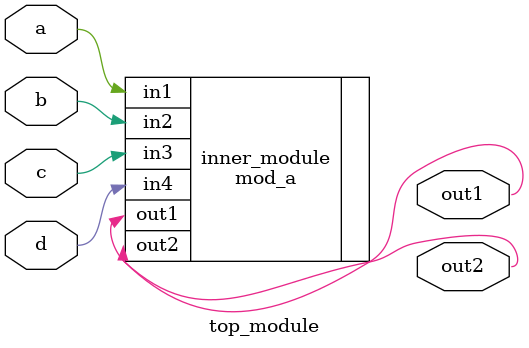
<source format=sv>
module top_module (
    input a,
    input b,
    input c,
    input d,
    output out1,
    output out2
);

    mod_a inner_module(
        .out1(out1),
        .out2(out2),
        .in1(a),
        .in2(b),
        .in3(c),
        .in4(d)
    );

endmodule
</source>
